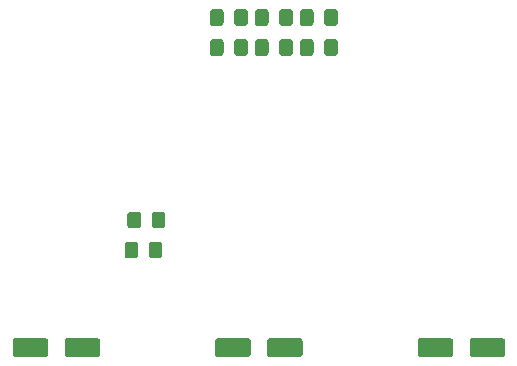
<source format=gbr>
G04 #@! TF.GenerationSoftware,KiCad,Pcbnew,(5.1.5-0)*
G04 #@! TF.CreationDate,2022-07-17T15:28:17+01:00*
G04 #@! TF.ProjectId,Esp32_Cnc_Shield_30Pin_SMD,45737033-325f-4436-9e63-5f536869656c,rev?*
G04 #@! TF.SameCoordinates,Original*
G04 #@! TF.FileFunction,Paste,Top*
G04 #@! TF.FilePolarity,Positive*
%FSLAX46Y46*%
G04 Gerber Fmt 4.6, Leading zero omitted, Abs format (unit mm)*
G04 Created by KiCad (PCBNEW (5.1.5-0)) date 2022-07-17 15:28:17*
%MOMM*%
%LPD*%
G04 APERTURE LIST*
%ADD10C,0.050000*%
G04 APERTURE END LIST*
D10*
G36*
X93054504Y-139536204D02*
G01*
X93078773Y-139539804D01*
X93102571Y-139545765D01*
X93125671Y-139554030D01*
X93147849Y-139564520D01*
X93168893Y-139577133D01*
X93188598Y-139591747D01*
X93206777Y-139608223D01*
X93223253Y-139626402D01*
X93237867Y-139646107D01*
X93250480Y-139667151D01*
X93260970Y-139689329D01*
X93269235Y-139712429D01*
X93275196Y-139736227D01*
X93278796Y-139760496D01*
X93280000Y-139785000D01*
X93280000Y-140885000D01*
X93278796Y-140909504D01*
X93275196Y-140933773D01*
X93269235Y-140957571D01*
X93260970Y-140980671D01*
X93250480Y-141002849D01*
X93237867Y-141023893D01*
X93223253Y-141043598D01*
X93206777Y-141061777D01*
X93188598Y-141078253D01*
X93168893Y-141092867D01*
X93147849Y-141105480D01*
X93125671Y-141115970D01*
X93102571Y-141124235D01*
X93078773Y-141130196D01*
X93054504Y-141133796D01*
X93030000Y-141135000D01*
X90530000Y-141135000D01*
X90505496Y-141133796D01*
X90481227Y-141130196D01*
X90457429Y-141124235D01*
X90434329Y-141115970D01*
X90412151Y-141105480D01*
X90391107Y-141092867D01*
X90371402Y-141078253D01*
X90353223Y-141061777D01*
X90336747Y-141043598D01*
X90322133Y-141023893D01*
X90309520Y-141002849D01*
X90299030Y-140980671D01*
X90290765Y-140957571D01*
X90284804Y-140933773D01*
X90281204Y-140909504D01*
X90280000Y-140885000D01*
X90280000Y-139785000D01*
X90281204Y-139760496D01*
X90284804Y-139736227D01*
X90290765Y-139712429D01*
X90299030Y-139689329D01*
X90309520Y-139667151D01*
X90322133Y-139646107D01*
X90336747Y-139626402D01*
X90353223Y-139608223D01*
X90371402Y-139591747D01*
X90391107Y-139577133D01*
X90412151Y-139564520D01*
X90434329Y-139554030D01*
X90457429Y-139545765D01*
X90481227Y-139539804D01*
X90505496Y-139536204D01*
X90530000Y-139535000D01*
X93030000Y-139535000D01*
X93054504Y-139536204D01*
G37*
G36*
X97454504Y-139536204D02*
G01*
X97478773Y-139539804D01*
X97502571Y-139545765D01*
X97525671Y-139554030D01*
X97547849Y-139564520D01*
X97568893Y-139577133D01*
X97588598Y-139591747D01*
X97606777Y-139608223D01*
X97623253Y-139626402D01*
X97637867Y-139646107D01*
X97650480Y-139667151D01*
X97660970Y-139689329D01*
X97669235Y-139712429D01*
X97675196Y-139736227D01*
X97678796Y-139760496D01*
X97680000Y-139785000D01*
X97680000Y-140885000D01*
X97678796Y-140909504D01*
X97675196Y-140933773D01*
X97669235Y-140957571D01*
X97660970Y-140980671D01*
X97650480Y-141002849D01*
X97637867Y-141023893D01*
X97623253Y-141043598D01*
X97606777Y-141061777D01*
X97588598Y-141078253D01*
X97568893Y-141092867D01*
X97547849Y-141105480D01*
X97525671Y-141115970D01*
X97502571Y-141124235D01*
X97478773Y-141130196D01*
X97454504Y-141133796D01*
X97430000Y-141135000D01*
X94930000Y-141135000D01*
X94905496Y-141133796D01*
X94881227Y-141130196D01*
X94857429Y-141124235D01*
X94834329Y-141115970D01*
X94812151Y-141105480D01*
X94791107Y-141092867D01*
X94771402Y-141078253D01*
X94753223Y-141061777D01*
X94736747Y-141043598D01*
X94722133Y-141023893D01*
X94709520Y-141002849D01*
X94699030Y-140980671D01*
X94690765Y-140957571D01*
X94684804Y-140933773D01*
X94681204Y-140909504D01*
X94680000Y-140885000D01*
X94680000Y-139785000D01*
X94681204Y-139760496D01*
X94684804Y-139736227D01*
X94690765Y-139712429D01*
X94699030Y-139689329D01*
X94709520Y-139667151D01*
X94722133Y-139646107D01*
X94736747Y-139626402D01*
X94753223Y-139608223D01*
X94771402Y-139591747D01*
X94791107Y-139577133D01*
X94812151Y-139564520D01*
X94834329Y-139554030D01*
X94857429Y-139545765D01*
X94881227Y-139539804D01*
X94905496Y-139536204D01*
X94930000Y-139535000D01*
X97430000Y-139535000D01*
X97454504Y-139536204D01*
G37*
G36*
X75909504Y-139536204D02*
G01*
X75933773Y-139539804D01*
X75957571Y-139545765D01*
X75980671Y-139554030D01*
X76002849Y-139564520D01*
X76023893Y-139577133D01*
X76043598Y-139591747D01*
X76061777Y-139608223D01*
X76078253Y-139626402D01*
X76092867Y-139646107D01*
X76105480Y-139667151D01*
X76115970Y-139689329D01*
X76124235Y-139712429D01*
X76130196Y-139736227D01*
X76133796Y-139760496D01*
X76135000Y-139785000D01*
X76135000Y-140885000D01*
X76133796Y-140909504D01*
X76130196Y-140933773D01*
X76124235Y-140957571D01*
X76115970Y-140980671D01*
X76105480Y-141002849D01*
X76092867Y-141023893D01*
X76078253Y-141043598D01*
X76061777Y-141061777D01*
X76043598Y-141078253D01*
X76023893Y-141092867D01*
X76002849Y-141105480D01*
X75980671Y-141115970D01*
X75957571Y-141124235D01*
X75933773Y-141130196D01*
X75909504Y-141133796D01*
X75885000Y-141135000D01*
X73385000Y-141135000D01*
X73360496Y-141133796D01*
X73336227Y-141130196D01*
X73312429Y-141124235D01*
X73289329Y-141115970D01*
X73267151Y-141105480D01*
X73246107Y-141092867D01*
X73226402Y-141078253D01*
X73208223Y-141061777D01*
X73191747Y-141043598D01*
X73177133Y-141023893D01*
X73164520Y-141002849D01*
X73154030Y-140980671D01*
X73145765Y-140957571D01*
X73139804Y-140933773D01*
X73136204Y-140909504D01*
X73135000Y-140885000D01*
X73135000Y-139785000D01*
X73136204Y-139760496D01*
X73139804Y-139736227D01*
X73145765Y-139712429D01*
X73154030Y-139689329D01*
X73164520Y-139667151D01*
X73177133Y-139646107D01*
X73191747Y-139626402D01*
X73208223Y-139608223D01*
X73226402Y-139591747D01*
X73246107Y-139577133D01*
X73267151Y-139564520D01*
X73289329Y-139554030D01*
X73312429Y-139545765D01*
X73336227Y-139539804D01*
X73360496Y-139536204D01*
X73385000Y-139535000D01*
X75885000Y-139535000D01*
X75909504Y-139536204D01*
G37*
G36*
X80309504Y-139536204D02*
G01*
X80333773Y-139539804D01*
X80357571Y-139545765D01*
X80380671Y-139554030D01*
X80402849Y-139564520D01*
X80423893Y-139577133D01*
X80443598Y-139591747D01*
X80461777Y-139608223D01*
X80478253Y-139626402D01*
X80492867Y-139646107D01*
X80505480Y-139667151D01*
X80515970Y-139689329D01*
X80524235Y-139712429D01*
X80530196Y-139736227D01*
X80533796Y-139760496D01*
X80535000Y-139785000D01*
X80535000Y-140885000D01*
X80533796Y-140909504D01*
X80530196Y-140933773D01*
X80524235Y-140957571D01*
X80515970Y-140980671D01*
X80505480Y-141002849D01*
X80492867Y-141023893D01*
X80478253Y-141043598D01*
X80461777Y-141061777D01*
X80443598Y-141078253D01*
X80423893Y-141092867D01*
X80402849Y-141105480D01*
X80380671Y-141115970D01*
X80357571Y-141124235D01*
X80333773Y-141130196D01*
X80309504Y-141133796D01*
X80285000Y-141135000D01*
X77785000Y-141135000D01*
X77760496Y-141133796D01*
X77736227Y-141130196D01*
X77712429Y-141124235D01*
X77689329Y-141115970D01*
X77667151Y-141105480D01*
X77646107Y-141092867D01*
X77626402Y-141078253D01*
X77608223Y-141061777D01*
X77591747Y-141043598D01*
X77577133Y-141023893D01*
X77564520Y-141002849D01*
X77554030Y-140980671D01*
X77545765Y-140957571D01*
X77539804Y-140933773D01*
X77536204Y-140909504D01*
X77535000Y-140885000D01*
X77535000Y-139785000D01*
X77536204Y-139760496D01*
X77539804Y-139736227D01*
X77545765Y-139712429D01*
X77554030Y-139689329D01*
X77564520Y-139667151D01*
X77577133Y-139646107D01*
X77591747Y-139626402D01*
X77608223Y-139608223D01*
X77626402Y-139591747D01*
X77646107Y-139577133D01*
X77667151Y-139564520D01*
X77689329Y-139554030D01*
X77712429Y-139545765D01*
X77736227Y-139539804D01*
X77760496Y-139536204D01*
X77785000Y-139535000D01*
X80285000Y-139535000D01*
X80309504Y-139536204D01*
G37*
G36*
X58764504Y-139536204D02*
G01*
X58788773Y-139539804D01*
X58812571Y-139545765D01*
X58835671Y-139554030D01*
X58857849Y-139564520D01*
X58878893Y-139577133D01*
X58898598Y-139591747D01*
X58916777Y-139608223D01*
X58933253Y-139626402D01*
X58947867Y-139646107D01*
X58960480Y-139667151D01*
X58970970Y-139689329D01*
X58979235Y-139712429D01*
X58985196Y-139736227D01*
X58988796Y-139760496D01*
X58990000Y-139785000D01*
X58990000Y-140885000D01*
X58988796Y-140909504D01*
X58985196Y-140933773D01*
X58979235Y-140957571D01*
X58970970Y-140980671D01*
X58960480Y-141002849D01*
X58947867Y-141023893D01*
X58933253Y-141043598D01*
X58916777Y-141061777D01*
X58898598Y-141078253D01*
X58878893Y-141092867D01*
X58857849Y-141105480D01*
X58835671Y-141115970D01*
X58812571Y-141124235D01*
X58788773Y-141130196D01*
X58764504Y-141133796D01*
X58740000Y-141135000D01*
X56240000Y-141135000D01*
X56215496Y-141133796D01*
X56191227Y-141130196D01*
X56167429Y-141124235D01*
X56144329Y-141115970D01*
X56122151Y-141105480D01*
X56101107Y-141092867D01*
X56081402Y-141078253D01*
X56063223Y-141061777D01*
X56046747Y-141043598D01*
X56032133Y-141023893D01*
X56019520Y-141002849D01*
X56009030Y-140980671D01*
X56000765Y-140957571D01*
X55994804Y-140933773D01*
X55991204Y-140909504D01*
X55990000Y-140885000D01*
X55990000Y-139785000D01*
X55991204Y-139760496D01*
X55994804Y-139736227D01*
X56000765Y-139712429D01*
X56009030Y-139689329D01*
X56019520Y-139667151D01*
X56032133Y-139646107D01*
X56046747Y-139626402D01*
X56063223Y-139608223D01*
X56081402Y-139591747D01*
X56101107Y-139577133D01*
X56122151Y-139564520D01*
X56144329Y-139554030D01*
X56167429Y-139545765D01*
X56191227Y-139539804D01*
X56215496Y-139536204D01*
X56240000Y-139535000D01*
X58740000Y-139535000D01*
X58764504Y-139536204D01*
G37*
G36*
X63164504Y-139536204D02*
G01*
X63188773Y-139539804D01*
X63212571Y-139545765D01*
X63235671Y-139554030D01*
X63257849Y-139564520D01*
X63278893Y-139577133D01*
X63298598Y-139591747D01*
X63316777Y-139608223D01*
X63333253Y-139626402D01*
X63347867Y-139646107D01*
X63360480Y-139667151D01*
X63370970Y-139689329D01*
X63379235Y-139712429D01*
X63385196Y-139736227D01*
X63388796Y-139760496D01*
X63390000Y-139785000D01*
X63390000Y-140885000D01*
X63388796Y-140909504D01*
X63385196Y-140933773D01*
X63379235Y-140957571D01*
X63370970Y-140980671D01*
X63360480Y-141002849D01*
X63347867Y-141023893D01*
X63333253Y-141043598D01*
X63316777Y-141061777D01*
X63298598Y-141078253D01*
X63278893Y-141092867D01*
X63257849Y-141105480D01*
X63235671Y-141115970D01*
X63212571Y-141124235D01*
X63188773Y-141130196D01*
X63164504Y-141133796D01*
X63140000Y-141135000D01*
X60640000Y-141135000D01*
X60615496Y-141133796D01*
X60591227Y-141130196D01*
X60567429Y-141124235D01*
X60544329Y-141115970D01*
X60522151Y-141105480D01*
X60501107Y-141092867D01*
X60481402Y-141078253D01*
X60463223Y-141061777D01*
X60446747Y-141043598D01*
X60432133Y-141023893D01*
X60419520Y-141002849D01*
X60409030Y-140980671D01*
X60400765Y-140957571D01*
X60394804Y-140933773D01*
X60391204Y-140909504D01*
X60390000Y-140885000D01*
X60390000Y-139785000D01*
X60391204Y-139760496D01*
X60394804Y-139736227D01*
X60400765Y-139712429D01*
X60409030Y-139689329D01*
X60419520Y-139667151D01*
X60432133Y-139646107D01*
X60446747Y-139626402D01*
X60463223Y-139608223D01*
X60481402Y-139591747D01*
X60501107Y-139577133D01*
X60522151Y-139564520D01*
X60544329Y-139554030D01*
X60567429Y-139545765D01*
X60591227Y-139539804D01*
X60615496Y-139536204D01*
X60640000Y-139535000D01*
X63140000Y-139535000D01*
X63164504Y-139536204D01*
G37*
G36*
X75669505Y-111696204D02*
G01*
X75693773Y-111699804D01*
X75717572Y-111705765D01*
X75740671Y-111714030D01*
X75762850Y-111724520D01*
X75783893Y-111737132D01*
X75803599Y-111751747D01*
X75821777Y-111768223D01*
X75838253Y-111786401D01*
X75852868Y-111806107D01*
X75865480Y-111827150D01*
X75875970Y-111849329D01*
X75884235Y-111872428D01*
X75890196Y-111896227D01*
X75893796Y-111920495D01*
X75895000Y-111944999D01*
X75895000Y-112845001D01*
X75893796Y-112869505D01*
X75890196Y-112893773D01*
X75884235Y-112917572D01*
X75875970Y-112940671D01*
X75865480Y-112962850D01*
X75852868Y-112983893D01*
X75838253Y-113003599D01*
X75821777Y-113021777D01*
X75803599Y-113038253D01*
X75783893Y-113052868D01*
X75762850Y-113065480D01*
X75740671Y-113075970D01*
X75717572Y-113084235D01*
X75693773Y-113090196D01*
X75669505Y-113093796D01*
X75645001Y-113095000D01*
X74994999Y-113095000D01*
X74970495Y-113093796D01*
X74946227Y-113090196D01*
X74922428Y-113084235D01*
X74899329Y-113075970D01*
X74877150Y-113065480D01*
X74856107Y-113052868D01*
X74836401Y-113038253D01*
X74818223Y-113021777D01*
X74801747Y-113003599D01*
X74787132Y-112983893D01*
X74774520Y-112962850D01*
X74764030Y-112940671D01*
X74755765Y-112917572D01*
X74749804Y-112893773D01*
X74746204Y-112869505D01*
X74745000Y-112845001D01*
X74745000Y-111944999D01*
X74746204Y-111920495D01*
X74749804Y-111896227D01*
X74755765Y-111872428D01*
X74764030Y-111849329D01*
X74774520Y-111827150D01*
X74787132Y-111806107D01*
X74801747Y-111786401D01*
X74818223Y-111768223D01*
X74836401Y-111751747D01*
X74856107Y-111737132D01*
X74877150Y-111724520D01*
X74899329Y-111714030D01*
X74922428Y-111705765D01*
X74946227Y-111699804D01*
X74970495Y-111696204D01*
X74994999Y-111695000D01*
X75645001Y-111695000D01*
X75669505Y-111696204D01*
G37*
G36*
X73619505Y-111696204D02*
G01*
X73643773Y-111699804D01*
X73667572Y-111705765D01*
X73690671Y-111714030D01*
X73712850Y-111724520D01*
X73733893Y-111737132D01*
X73753599Y-111751747D01*
X73771777Y-111768223D01*
X73788253Y-111786401D01*
X73802868Y-111806107D01*
X73815480Y-111827150D01*
X73825970Y-111849329D01*
X73834235Y-111872428D01*
X73840196Y-111896227D01*
X73843796Y-111920495D01*
X73845000Y-111944999D01*
X73845000Y-112845001D01*
X73843796Y-112869505D01*
X73840196Y-112893773D01*
X73834235Y-112917572D01*
X73825970Y-112940671D01*
X73815480Y-112962850D01*
X73802868Y-112983893D01*
X73788253Y-113003599D01*
X73771777Y-113021777D01*
X73753599Y-113038253D01*
X73733893Y-113052868D01*
X73712850Y-113065480D01*
X73690671Y-113075970D01*
X73667572Y-113084235D01*
X73643773Y-113090196D01*
X73619505Y-113093796D01*
X73595001Y-113095000D01*
X72944999Y-113095000D01*
X72920495Y-113093796D01*
X72896227Y-113090196D01*
X72872428Y-113084235D01*
X72849329Y-113075970D01*
X72827150Y-113065480D01*
X72806107Y-113052868D01*
X72786401Y-113038253D01*
X72768223Y-113021777D01*
X72751747Y-113003599D01*
X72737132Y-112983893D01*
X72724520Y-112962850D01*
X72714030Y-112940671D01*
X72705765Y-112917572D01*
X72699804Y-112893773D01*
X72696204Y-112869505D01*
X72695000Y-112845001D01*
X72695000Y-111944999D01*
X72696204Y-111920495D01*
X72699804Y-111896227D01*
X72705765Y-111872428D01*
X72714030Y-111849329D01*
X72724520Y-111827150D01*
X72737132Y-111806107D01*
X72751747Y-111786401D01*
X72768223Y-111768223D01*
X72786401Y-111751747D01*
X72806107Y-111737132D01*
X72827150Y-111724520D01*
X72849329Y-111714030D01*
X72872428Y-111705765D01*
X72896227Y-111699804D01*
X72920495Y-111696204D01*
X72944999Y-111695000D01*
X73595001Y-111695000D01*
X73619505Y-111696204D01*
G37*
G36*
X83289505Y-111696204D02*
G01*
X83313773Y-111699804D01*
X83337572Y-111705765D01*
X83360671Y-111714030D01*
X83382850Y-111724520D01*
X83403893Y-111737132D01*
X83423599Y-111751747D01*
X83441777Y-111768223D01*
X83458253Y-111786401D01*
X83472868Y-111806107D01*
X83485480Y-111827150D01*
X83495970Y-111849329D01*
X83504235Y-111872428D01*
X83510196Y-111896227D01*
X83513796Y-111920495D01*
X83515000Y-111944999D01*
X83515000Y-112845001D01*
X83513796Y-112869505D01*
X83510196Y-112893773D01*
X83504235Y-112917572D01*
X83495970Y-112940671D01*
X83485480Y-112962850D01*
X83472868Y-112983893D01*
X83458253Y-113003599D01*
X83441777Y-113021777D01*
X83423599Y-113038253D01*
X83403893Y-113052868D01*
X83382850Y-113065480D01*
X83360671Y-113075970D01*
X83337572Y-113084235D01*
X83313773Y-113090196D01*
X83289505Y-113093796D01*
X83265001Y-113095000D01*
X82614999Y-113095000D01*
X82590495Y-113093796D01*
X82566227Y-113090196D01*
X82542428Y-113084235D01*
X82519329Y-113075970D01*
X82497150Y-113065480D01*
X82476107Y-113052868D01*
X82456401Y-113038253D01*
X82438223Y-113021777D01*
X82421747Y-113003599D01*
X82407132Y-112983893D01*
X82394520Y-112962850D01*
X82384030Y-112940671D01*
X82375765Y-112917572D01*
X82369804Y-112893773D01*
X82366204Y-112869505D01*
X82365000Y-112845001D01*
X82365000Y-111944999D01*
X82366204Y-111920495D01*
X82369804Y-111896227D01*
X82375765Y-111872428D01*
X82384030Y-111849329D01*
X82394520Y-111827150D01*
X82407132Y-111806107D01*
X82421747Y-111786401D01*
X82438223Y-111768223D01*
X82456401Y-111751747D01*
X82476107Y-111737132D01*
X82497150Y-111724520D01*
X82519329Y-111714030D01*
X82542428Y-111705765D01*
X82566227Y-111699804D01*
X82590495Y-111696204D01*
X82614999Y-111695000D01*
X83265001Y-111695000D01*
X83289505Y-111696204D01*
G37*
G36*
X81239505Y-111696204D02*
G01*
X81263773Y-111699804D01*
X81287572Y-111705765D01*
X81310671Y-111714030D01*
X81332850Y-111724520D01*
X81353893Y-111737132D01*
X81373599Y-111751747D01*
X81391777Y-111768223D01*
X81408253Y-111786401D01*
X81422868Y-111806107D01*
X81435480Y-111827150D01*
X81445970Y-111849329D01*
X81454235Y-111872428D01*
X81460196Y-111896227D01*
X81463796Y-111920495D01*
X81465000Y-111944999D01*
X81465000Y-112845001D01*
X81463796Y-112869505D01*
X81460196Y-112893773D01*
X81454235Y-112917572D01*
X81445970Y-112940671D01*
X81435480Y-112962850D01*
X81422868Y-112983893D01*
X81408253Y-113003599D01*
X81391777Y-113021777D01*
X81373599Y-113038253D01*
X81353893Y-113052868D01*
X81332850Y-113065480D01*
X81310671Y-113075970D01*
X81287572Y-113084235D01*
X81263773Y-113090196D01*
X81239505Y-113093796D01*
X81215001Y-113095000D01*
X80564999Y-113095000D01*
X80540495Y-113093796D01*
X80516227Y-113090196D01*
X80492428Y-113084235D01*
X80469329Y-113075970D01*
X80447150Y-113065480D01*
X80426107Y-113052868D01*
X80406401Y-113038253D01*
X80388223Y-113021777D01*
X80371747Y-113003599D01*
X80357132Y-112983893D01*
X80344520Y-112962850D01*
X80334030Y-112940671D01*
X80325765Y-112917572D01*
X80319804Y-112893773D01*
X80316204Y-112869505D01*
X80315000Y-112845001D01*
X80315000Y-111944999D01*
X80316204Y-111920495D01*
X80319804Y-111896227D01*
X80325765Y-111872428D01*
X80334030Y-111849329D01*
X80344520Y-111827150D01*
X80357132Y-111806107D01*
X80371747Y-111786401D01*
X80388223Y-111768223D01*
X80406401Y-111751747D01*
X80426107Y-111737132D01*
X80447150Y-111724520D01*
X80469329Y-111714030D01*
X80492428Y-111705765D01*
X80516227Y-111699804D01*
X80540495Y-111696204D01*
X80564999Y-111695000D01*
X81215001Y-111695000D01*
X81239505Y-111696204D01*
G37*
G36*
X68439505Y-131381204D02*
G01*
X68463773Y-131384804D01*
X68487572Y-131390765D01*
X68510671Y-131399030D01*
X68532850Y-131409520D01*
X68553893Y-131422132D01*
X68573599Y-131436747D01*
X68591777Y-131453223D01*
X68608253Y-131471401D01*
X68622868Y-131491107D01*
X68635480Y-131512150D01*
X68645970Y-131534329D01*
X68654235Y-131557428D01*
X68660196Y-131581227D01*
X68663796Y-131605495D01*
X68665000Y-131629999D01*
X68665000Y-132530001D01*
X68663796Y-132554505D01*
X68660196Y-132578773D01*
X68654235Y-132602572D01*
X68645970Y-132625671D01*
X68635480Y-132647850D01*
X68622868Y-132668893D01*
X68608253Y-132688599D01*
X68591777Y-132706777D01*
X68573599Y-132723253D01*
X68553893Y-132737868D01*
X68532850Y-132750480D01*
X68510671Y-132760970D01*
X68487572Y-132769235D01*
X68463773Y-132775196D01*
X68439505Y-132778796D01*
X68415001Y-132780000D01*
X67764999Y-132780000D01*
X67740495Y-132778796D01*
X67716227Y-132775196D01*
X67692428Y-132769235D01*
X67669329Y-132760970D01*
X67647150Y-132750480D01*
X67626107Y-132737868D01*
X67606401Y-132723253D01*
X67588223Y-132706777D01*
X67571747Y-132688599D01*
X67557132Y-132668893D01*
X67544520Y-132647850D01*
X67534030Y-132625671D01*
X67525765Y-132602572D01*
X67519804Y-132578773D01*
X67516204Y-132554505D01*
X67515000Y-132530001D01*
X67515000Y-131629999D01*
X67516204Y-131605495D01*
X67519804Y-131581227D01*
X67525765Y-131557428D01*
X67534030Y-131534329D01*
X67544520Y-131512150D01*
X67557132Y-131491107D01*
X67571747Y-131471401D01*
X67588223Y-131453223D01*
X67606401Y-131436747D01*
X67626107Y-131422132D01*
X67647150Y-131409520D01*
X67669329Y-131399030D01*
X67692428Y-131390765D01*
X67716227Y-131384804D01*
X67740495Y-131381204D01*
X67764999Y-131380000D01*
X68415001Y-131380000D01*
X68439505Y-131381204D01*
G37*
G36*
X66389505Y-131381204D02*
G01*
X66413773Y-131384804D01*
X66437572Y-131390765D01*
X66460671Y-131399030D01*
X66482850Y-131409520D01*
X66503893Y-131422132D01*
X66523599Y-131436747D01*
X66541777Y-131453223D01*
X66558253Y-131471401D01*
X66572868Y-131491107D01*
X66585480Y-131512150D01*
X66595970Y-131534329D01*
X66604235Y-131557428D01*
X66610196Y-131581227D01*
X66613796Y-131605495D01*
X66615000Y-131629999D01*
X66615000Y-132530001D01*
X66613796Y-132554505D01*
X66610196Y-132578773D01*
X66604235Y-132602572D01*
X66595970Y-132625671D01*
X66585480Y-132647850D01*
X66572868Y-132668893D01*
X66558253Y-132688599D01*
X66541777Y-132706777D01*
X66523599Y-132723253D01*
X66503893Y-132737868D01*
X66482850Y-132750480D01*
X66460671Y-132760970D01*
X66437572Y-132769235D01*
X66413773Y-132775196D01*
X66389505Y-132778796D01*
X66365001Y-132780000D01*
X65714999Y-132780000D01*
X65690495Y-132778796D01*
X65666227Y-132775196D01*
X65642428Y-132769235D01*
X65619329Y-132760970D01*
X65597150Y-132750480D01*
X65576107Y-132737868D01*
X65556401Y-132723253D01*
X65538223Y-132706777D01*
X65521747Y-132688599D01*
X65507132Y-132668893D01*
X65494520Y-132647850D01*
X65484030Y-132625671D01*
X65475765Y-132602572D01*
X65469804Y-132578773D01*
X65466204Y-132554505D01*
X65465000Y-132530001D01*
X65465000Y-131629999D01*
X65466204Y-131605495D01*
X65469804Y-131581227D01*
X65475765Y-131557428D01*
X65484030Y-131534329D01*
X65494520Y-131512150D01*
X65507132Y-131491107D01*
X65521747Y-131471401D01*
X65538223Y-131453223D01*
X65556401Y-131436747D01*
X65576107Y-131422132D01*
X65597150Y-131409520D01*
X65619329Y-131399030D01*
X65642428Y-131390765D01*
X65666227Y-131384804D01*
X65690495Y-131381204D01*
X65714999Y-131380000D01*
X66365001Y-131380000D01*
X66389505Y-131381204D01*
G37*
G36*
X79479505Y-111696204D02*
G01*
X79503773Y-111699804D01*
X79527572Y-111705765D01*
X79550671Y-111714030D01*
X79572850Y-111724520D01*
X79593893Y-111737132D01*
X79613599Y-111751747D01*
X79631777Y-111768223D01*
X79648253Y-111786401D01*
X79662868Y-111806107D01*
X79675480Y-111827150D01*
X79685970Y-111849329D01*
X79694235Y-111872428D01*
X79700196Y-111896227D01*
X79703796Y-111920495D01*
X79705000Y-111944999D01*
X79705000Y-112845001D01*
X79703796Y-112869505D01*
X79700196Y-112893773D01*
X79694235Y-112917572D01*
X79685970Y-112940671D01*
X79675480Y-112962850D01*
X79662868Y-112983893D01*
X79648253Y-113003599D01*
X79631777Y-113021777D01*
X79613599Y-113038253D01*
X79593893Y-113052868D01*
X79572850Y-113065480D01*
X79550671Y-113075970D01*
X79527572Y-113084235D01*
X79503773Y-113090196D01*
X79479505Y-113093796D01*
X79455001Y-113095000D01*
X78804999Y-113095000D01*
X78780495Y-113093796D01*
X78756227Y-113090196D01*
X78732428Y-113084235D01*
X78709329Y-113075970D01*
X78687150Y-113065480D01*
X78666107Y-113052868D01*
X78646401Y-113038253D01*
X78628223Y-113021777D01*
X78611747Y-113003599D01*
X78597132Y-112983893D01*
X78584520Y-112962850D01*
X78574030Y-112940671D01*
X78565765Y-112917572D01*
X78559804Y-112893773D01*
X78556204Y-112869505D01*
X78555000Y-112845001D01*
X78555000Y-111944999D01*
X78556204Y-111920495D01*
X78559804Y-111896227D01*
X78565765Y-111872428D01*
X78574030Y-111849329D01*
X78584520Y-111827150D01*
X78597132Y-111806107D01*
X78611747Y-111786401D01*
X78628223Y-111768223D01*
X78646401Y-111751747D01*
X78666107Y-111737132D01*
X78687150Y-111724520D01*
X78709329Y-111714030D01*
X78732428Y-111705765D01*
X78756227Y-111699804D01*
X78780495Y-111696204D01*
X78804999Y-111695000D01*
X79455001Y-111695000D01*
X79479505Y-111696204D01*
G37*
G36*
X77429505Y-111696204D02*
G01*
X77453773Y-111699804D01*
X77477572Y-111705765D01*
X77500671Y-111714030D01*
X77522850Y-111724520D01*
X77543893Y-111737132D01*
X77563599Y-111751747D01*
X77581777Y-111768223D01*
X77598253Y-111786401D01*
X77612868Y-111806107D01*
X77625480Y-111827150D01*
X77635970Y-111849329D01*
X77644235Y-111872428D01*
X77650196Y-111896227D01*
X77653796Y-111920495D01*
X77655000Y-111944999D01*
X77655000Y-112845001D01*
X77653796Y-112869505D01*
X77650196Y-112893773D01*
X77644235Y-112917572D01*
X77635970Y-112940671D01*
X77625480Y-112962850D01*
X77612868Y-112983893D01*
X77598253Y-113003599D01*
X77581777Y-113021777D01*
X77563599Y-113038253D01*
X77543893Y-113052868D01*
X77522850Y-113065480D01*
X77500671Y-113075970D01*
X77477572Y-113084235D01*
X77453773Y-113090196D01*
X77429505Y-113093796D01*
X77405001Y-113095000D01*
X76754999Y-113095000D01*
X76730495Y-113093796D01*
X76706227Y-113090196D01*
X76682428Y-113084235D01*
X76659329Y-113075970D01*
X76637150Y-113065480D01*
X76616107Y-113052868D01*
X76596401Y-113038253D01*
X76578223Y-113021777D01*
X76561747Y-113003599D01*
X76547132Y-112983893D01*
X76534520Y-112962850D01*
X76524030Y-112940671D01*
X76515765Y-112917572D01*
X76509804Y-112893773D01*
X76506204Y-112869505D01*
X76505000Y-112845001D01*
X76505000Y-111944999D01*
X76506204Y-111920495D01*
X76509804Y-111896227D01*
X76515765Y-111872428D01*
X76524030Y-111849329D01*
X76534520Y-111827150D01*
X76547132Y-111806107D01*
X76561747Y-111786401D01*
X76578223Y-111768223D01*
X76596401Y-111751747D01*
X76616107Y-111737132D01*
X76637150Y-111724520D01*
X76659329Y-111714030D01*
X76682428Y-111705765D01*
X76706227Y-111699804D01*
X76730495Y-111696204D01*
X76754999Y-111695000D01*
X77405001Y-111695000D01*
X77429505Y-111696204D01*
G37*
G36*
X75669505Y-114236204D02*
G01*
X75693773Y-114239804D01*
X75717572Y-114245765D01*
X75740671Y-114254030D01*
X75762850Y-114264520D01*
X75783893Y-114277132D01*
X75803599Y-114291747D01*
X75821777Y-114308223D01*
X75838253Y-114326401D01*
X75852868Y-114346107D01*
X75865480Y-114367150D01*
X75875970Y-114389329D01*
X75884235Y-114412428D01*
X75890196Y-114436227D01*
X75893796Y-114460495D01*
X75895000Y-114484999D01*
X75895000Y-115385001D01*
X75893796Y-115409505D01*
X75890196Y-115433773D01*
X75884235Y-115457572D01*
X75875970Y-115480671D01*
X75865480Y-115502850D01*
X75852868Y-115523893D01*
X75838253Y-115543599D01*
X75821777Y-115561777D01*
X75803599Y-115578253D01*
X75783893Y-115592868D01*
X75762850Y-115605480D01*
X75740671Y-115615970D01*
X75717572Y-115624235D01*
X75693773Y-115630196D01*
X75669505Y-115633796D01*
X75645001Y-115635000D01*
X74994999Y-115635000D01*
X74970495Y-115633796D01*
X74946227Y-115630196D01*
X74922428Y-115624235D01*
X74899329Y-115615970D01*
X74877150Y-115605480D01*
X74856107Y-115592868D01*
X74836401Y-115578253D01*
X74818223Y-115561777D01*
X74801747Y-115543599D01*
X74787132Y-115523893D01*
X74774520Y-115502850D01*
X74764030Y-115480671D01*
X74755765Y-115457572D01*
X74749804Y-115433773D01*
X74746204Y-115409505D01*
X74745000Y-115385001D01*
X74745000Y-114484999D01*
X74746204Y-114460495D01*
X74749804Y-114436227D01*
X74755765Y-114412428D01*
X74764030Y-114389329D01*
X74774520Y-114367150D01*
X74787132Y-114346107D01*
X74801747Y-114326401D01*
X74818223Y-114308223D01*
X74836401Y-114291747D01*
X74856107Y-114277132D01*
X74877150Y-114264520D01*
X74899329Y-114254030D01*
X74922428Y-114245765D01*
X74946227Y-114239804D01*
X74970495Y-114236204D01*
X74994999Y-114235000D01*
X75645001Y-114235000D01*
X75669505Y-114236204D01*
G37*
G36*
X73619505Y-114236204D02*
G01*
X73643773Y-114239804D01*
X73667572Y-114245765D01*
X73690671Y-114254030D01*
X73712850Y-114264520D01*
X73733893Y-114277132D01*
X73753599Y-114291747D01*
X73771777Y-114308223D01*
X73788253Y-114326401D01*
X73802868Y-114346107D01*
X73815480Y-114367150D01*
X73825970Y-114389329D01*
X73834235Y-114412428D01*
X73840196Y-114436227D01*
X73843796Y-114460495D01*
X73845000Y-114484999D01*
X73845000Y-115385001D01*
X73843796Y-115409505D01*
X73840196Y-115433773D01*
X73834235Y-115457572D01*
X73825970Y-115480671D01*
X73815480Y-115502850D01*
X73802868Y-115523893D01*
X73788253Y-115543599D01*
X73771777Y-115561777D01*
X73753599Y-115578253D01*
X73733893Y-115592868D01*
X73712850Y-115605480D01*
X73690671Y-115615970D01*
X73667572Y-115624235D01*
X73643773Y-115630196D01*
X73619505Y-115633796D01*
X73595001Y-115635000D01*
X72944999Y-115635000D01*
X72920495Y-115633796D01*
X72896227Y-115630196D01*
X72872428Y-115624235D01*
X72849329Y-115615970D01*
X72827150Y-115605480D01*
X72806107Y-115592868D01*
X72786401Y-115578253D01*
X72768223Y-115561777D01*
X72751747Y-115543599D01*
X72737132Y-115523893D01*
X72724520Y-115502850D01*
X72714030Y-115480671D01*
X72705765Y-115457572D01*
X72699804Y-115433773D01*
X72696204Y-115409505D01*
X72695000Y-115385001D01*
X72695000Y-114484999D01*
X72696204Y-114460495D01*
X72699804Y-114436227D01*
X72705765Y-114412428D01*
X72714030Y-114389329D01*
X72724520Y-114367150D01*
X72737132Y-114346107D01*
X72751747Y-114326401D01*
X72768223Y-114308223D01*
X72786401Y-114291747D01*
X72806107Y-114277132D01*
X72827150Y-114264520D01*
X72849329Y-114254030D01*
X72872428Y-114245765D01*
X72896227Y-114239804D01*
X72920495Y-114236204D01*
X72944999Y-114235000D01*
X73595001Y-114235000D01*
X73619505Y-114236204D01*
G37*
G36*
X83289505Y-114236204D02*
G01*
X83313773Y-114239804D01*
X83337572Y-114245765D01*
X83360671Y-114254030D01*
X83382850Y-114264520D01*
X83403893Y-114277132D01*
X83423599Y-114291747D01*
X83441777Y-114308223D01*
X83458253Y-114326401D01*
X83472868Y-114346107D01*
X83485480Y-114367150D01*
X83495970Y-114389329D01*
X83504235Y-114412428D01*
X83510196Y-114436227D01*
X83513796Y-114460495D01*
X83515000Y-114484999D01*
X83515000Y-115385001D01*
X83513796Y-115409505D01*
X83510196Y-115433773D01*
X83504235Y-115457572D01*
X83495970Y-115480671D01*
X83485480Y-115502850D01*
X83472868Y-115523893D01*
X83458253Y-115543599D01*
X83441777Y-115561777D01*
X83423599Y-115578253D01*
X83403893Y-115592868D01*
X83382850Y-115605480D01*
X83360671Y-115615970D01*
X83337572Y-115624235D01*
X83313773Y-115630196D01*
X83289505Y-115633796D01*
X83265001Y-115635000D01*
X82614999Y-115635000D01*
X82590495Y-115633796D01*
X82566227Y-115630196D01*
X82542428Y-115624235D01*
X82519329Y-115615970D01*
X82497150Y-115605480D01*
X82476107Y-115592868D01*
X82456401Y-115578253D01*
X82438223Y-115561777D01*
X82421747Y-115543599D01*
X82407132Y-115523893D01*
X82394520Y-115502850D01*
X82384030Y-115480671D01*
X82375765Y-115457572D01*
X82369804Y-115433773D01*
X82366204Y-115409505D01*
X82365000Y-115385001D01*
X82365000Y-114484999D01*
X82366204Y-114460495D01*
X82369804Y-114436227D01*
X82375765Y-114412428D01*
X82384030Y-114389329D01*
X82394520Y-114367150D01*
X82407132Y-114346107D01*
X82421747Y-114326401D01*
X82438223Y-114308223D01*
X82456401Y-114291747D01*
X82476107Y-114277132D01*
X82497150Y-114264520D01*
X82519329Y-114254030D01*
X82542428Y-114245765D01*
X82566227Y-114239804D01*
X82590495Y-114236204D01*
X82614999Y-114235000D01*
X83265001Y-114235000D01*
X83289505Y-114236204D01*
G37*
G36*
X81239505Y-114236204D02*
G01*
X81263773Y-114239804D01*
X81287572Y-114245765D01*
X81310671Y-114254030D01*
X81332850Y-114264520D01*
X81353893Y-114277132D01*
X81373599Y-114291747D01*
X81391777Y-114308223D01*
X81408253Y-114326401D01*
X81422868Y-114346107D01*
X81435480Y-114367150D01*
X81445970Y-114389329D01*
X81454235Y-114412428D01*
X81460196Y-114436227D01*
X81463796Y-114460495D01*
X81465000Y-114484999D01*
X81465000Y-115385001D01*
X81463796Y-115409505D01*
X81460196Y-115433773D01*
X81454235Y-115457572D01*
X81445970Y-115480671D01*
X81435480Y-115502850D01*
X81422868Y-115523893D01*
X81408253Y-115543599D01*
X81391777Y-115561777D01*
X81373599Y-115578253D01*
X81353893Y-115592868D01*
X81332850Y-115605480D01*
X81310671Y-115615970D01*
X81287572Y-115624235D01*
X81263773Y-115630196D01*
X81239505Y-115633796D01*
X81215001Y-115635000D01*
X80564999Y-115635000D01*
X80540495Y-115633796D01*
X80516227Y-115630196D01*
X80492428Y-115624235D01*
X80469329Y-115615970D01*
X80447150Y-115605480D01*
X80426107Y-115592868D01*
X80406401Y-115578253D01*
X80388223Y-115561777D01*
X80371747Y-115543599D01*
X80357132Y-115523893D01*
X80344520Y-115502850D01*
X80334030Y-115480671D01*
X80325765Y-115457572D01*
X80319804Y-115433773D01*
X80316204Y-115409505D01*
X80315000Y-115385001D01*
X80315000Y-114484999D01*
X80316204Y-114460495D01*
X80319804Y-114436227D01*
X80325765Y-114412428D01*
X80334030Y-114389329D01*
X80344520Y-114367150D01*
X80357132Y-114346107D01*
X80371747Y-114326401D01*
X80388223Y-114308223D01*
X80406401Y-114291747D01*
X80426107Y-114277132D01*
X80447150Y-114264520D01*
X80469329Y-114254030D01*
X80492428Y-114245765D01*
X80516227Y-114239804D01*
X80540495Y-114236204D01*
X80564999Y-114235000D01*
X81215001Y-114235000D01*
X81239505Y-114236204D01*
G37*
G36*
X68684505Y-128841204D02*
G01*
X68708773Y-128844804D01*
X68732572Y-128850765D01*
X68755671Y-128859030D01*
X68777850Y-128869520D01*
X68798893Y-128882132D01*
X68818599Y-128896747D01*
X68836777Y-128913223D01*
X68853253Y-128931401D01*
X68867868Y-128951107D01*
X68880480Y-128972150D01*
X68890970Y-128994329D01*
X68899235Y-129017428D01*
X68905196Y-129041227D01*
X68908796Y-129065495D01*
X68910000Y-129089999D01*
X68910000Y-129990001D01*
X68908796Y-130014505D01*
X68905196Y-130038773D01*
X68899235Y-130062572D01*
X68890970Y-130085671D01*
X68880480Y-130107850D01*
X68867868Y-130128893D01*
X68853253Y-130148599D01*
X68836777Y-130166777D01*
X68818599Y-130183253D01*
X68798893Y-130197868D01*
X68777850Y-130210480D01*
X68755671Y-130220970D01*
X68732572Y-130229235D01*
X68708773Y-130235196D01*
X68684505Y-130238796D01*
X68660001Y-130240000D01*
X68009999Y-130240000D01*
X67985495Y-130238796D01*
X67961227Y-130235196D01*
X67937428Y-130229235D01*
X67914329Y-130220970D01*
X67892150Y-130210480D01*
X67871107Y-130197868D01*
X67851401Y-130183253D01*
X67833223Y-130166777D01*
X67816747Y-130148599D01*
X67802132Y-130128893D01*
X67789520Y-130107850D01*
X67779030Y-130085671D01*
X67770765Y-130062572D01*
X67764804Y-130038773D01*
X67761204Y-130014505D01*
X67760000Y-129990001D01*
X67760000Y-129089999D01*
X67761204Y-129065495D01*
X67764804Y-129041227D01*
X67770765Y-129017428D01*
X67779030Y-128994329D01*
X67789520Y-128972150D01*
X67802132Y-128951107D01*
X67816747Y-128931401D01*
X67833223Y-128913223D01*
X67851401Y-128896747D01*
X67871107Y-128882132D01*
X67892150Y-128869520D01*
X67914329Y-128859030D01*
X67937428Y-128850765D01*
X67961227Y-128844804D01*
X67985495Y-128841204D01*
X68009999Y-128840000D01*
X68660001Y-128840000D01*
X68684505Y-128841204D01*
G37*
G36*
X66634505Y-128841204D02*
G01*
X66658773Y-128844804D01*
X66682572Y-128850765D01*
X66705671Y-128859030D01*
X66727850Y-128869520D01*
X66748893Y-128882132D01*
X66768599Y-128896747D01*
X66786777Y-128913223D01*
X66803253Y-128931401D01*
X66817868Y-128951107D01*
X66830480Y-128972150D01*
X66840970Y-128994329D01*
X66849235Y-129017428D01*
X66855196Y-129041227D01*
X66858796Y-129065495D01*
X66860000Y-129089999D01*
X66860000Y-129990001D01*
X66858796Y-130014505D01*
X66855196Y-130038773D01*
X66849235Y-130062572D01*
X66840970Y-130085671D01*
X66830480Y-130107850D01*
X66817868Y-130128893D01*
X66803253Y-130148599D01*
X66786777Y-130166777D01*
X66768599Y-130183253D01*
X66748893Y-130197868D01*
X66727850Y-130210480D01*
X66705671Y-130220970D01*
X66682572Y-130229235D01*
X66658773Y-130235196D01*
X66634505Y-130238796D01*
X66610001Y-130240000D01*
X65959999Y-130240000D01*
X65935495Y-130238796D01*
X65911227Y-130235196D01*
X65887428Y-130229235D01*
X65864329Y-130220970D01*
X65842150Y-130210480D01*
X65821107Y-130197868D01*
X65801401Y-130183253D01*
X65783223Y-130166777D01*
X65766747Y-130148599D01*
X65752132Y-130128893D01*
X65739520Y-130107850D01*
X65729030Y-130085671D01*
X65720765Y-130062572D01*
X65714804Y-130038773D01*
X65711204Y-130014505D01*
X65710000Y-129990001D01*
X65710000Y-129089999D01*
X65711204Y-129065495D01*
X65714804Y-129041227D01*
X65720765Y-129017428D01*
X65729030Y-128994329D01*
X65739520Y-128972150D01*
X65752132Y-128951107D01*
X65766747Y-128931401D01*
X65783223Y-128913223D01*
X65801401Y-128896747D01*
X65821107Y-128882132D01*
X65842150Y-128869520D01*
X65864329Y-128859030D01*
X65887428Y-128850765D01*
X65911227Y-128844804D01*
X65935495Y-128841204D01*
X65959999Y-128840000D01*
X66610001Y-128840000D01*
X66634505Y-128841204D01*
G37*
G36*
X79479505Y-114236204D02*
G01*
X79503773Y-114239804D01*
X79527572Y-114245765D01*
X79550671Y-114254030D01*
X79572850Y-114264520D01*
X79593893Y-114277132D01*
X79613599Y-114291747D01*
X79631777Y-114308223D01*
X79648253Y-114326401D01*
X79662868Y-114346107D01*
X79675480Y-114367150D01*
X79685970Y-114389329D01*
X79694235Y-114412428D01*
X79700196Y-114436227D01*
X79703796Y-114460495D01*
X79705000Y-114484999D01*
X79705000Y-115385001D01*
X79703796Y-115409505D01*
X79700196Y-115433773D01*
X79694235Y-115457572D01*
X79685970Y-115480671D01*
X79675480Y-115502850D01*
X79662868Y-115523893D01*
X79648253Y-115543599D01*
X79631777Y-115561777D01*
X79613599Y-115578253D01*
X79593893Y-115592868D01*
X79572850Y-115605480D01*
X79550671Y-115615970D01*
X79527572Y-115624235D01*
X79503773Y-115630196D01*
X79479505Y-115633796D01*
X79455001Y-115635000D01*
X78804999Y-115635000D01*
X78780495Y-115633796D01*
X78756227Y-115630196D01*
X78732428Y-115624235D01*
X78709329Y-115615970D01*
X78687150Y-115605480D01*
X78666107Y-115592868D01*
X78646401Y-115578253D01*
X78628223Y-115561777D01*
X78611747Y-115543599D01*
X78597132Y-115523893D01*
X78584520Y-115502850D01*
X78574030Y-115480671D01*
X78565765Y-115457572D01*
X78559804Y-115433773D01*
X78556204Y-115409505D01*
X78555000Y-115385001D01*
X78555000Y-114484999D01*
X78556204Y-114460495D01*
X78559804Y-114436227D01*
X78565765Y-114412428D01*
X78574030Y-114389329D01*
X78584520Y-114367150D01*
X78597132Y-114346107D01*
X78611747Y-114326401D01*
X78628223Y-114308223D01*
X78646401Y-114291747D01*
X78666107Y-114277132D01*
X78687150Y-114264520D01*
X78709329Y-114254030D01*
X78732428Y-114245765D01*
X78756227Y-114239804D01*
X78780495Y-114236204D01*
X78804999Y-114235000D01*
X79455001Y-114235000D01*
X79479505Y-114236204D01*
G37*
G36*
X77429505Y-114236204D02*
G01*
X77453773Y-114239804D01*
X77477572Y-114245765D01*
X77500671Y-114254030D01*
X77522850Y-114264520D01*
X77543893Y-114277132D01*
X77563599Y-114291747D01*
X77581777Y-114308223D01*
X77598253Y-114326401D01*
X77612868Y-114346107D01*
X77625480Y-114367150D01*
X77635970Y-114389329D01*
X77644235Y-114412428D01*
X77650196Y-114436227D01*
X77653796Y-114460495D01*
X77655000Y-114484999D01*
X77655000Y-115385001D01*
X77653796Y-115409505D01*
X77650196Y-115433773D01*
X77644235Y-115457572D01*
X77635970Y-115480671D01*
X77625480Y-115502850D01*
X77612868Y-115523893D01*
X77598253Y-115543599D01*
X77581777Y-115561777D01*
X77563599Y-115578253D01*
X77543893Y-115592868D01*
X77522850Y-115605480D01*
X77500671Y-115615970D01*
X77477572Y-115624235D01*
X77453773Y-115630196D01*
X77429505Y-115633796D01*
X77405001Y-115635000D01*
X76754999Y-115635000D01*
X76730495Y-115633796D01*
X76706227Y-115630196D01*
X76682428Y-115624235D01*
X76659329Y-115615970D01*
X76637150Y-115605480D01*
X76616107Y-115592868D01*
X76596401Y-115578253D01*
X76578223Y-115561777D01*
X76561747Y-115543599D01*
X76547132Y-115523893D01*
X76534520Y-115502850D01*
X76524030Y-115480671D01*
X76515765Y-115457572D01*
X76509804Y-115433773D01*
X76506204Y-115409505D01*
X76505000Y-115385001D01*
X76505000Y-114484999D01*
X76506204Y-114460495D01*
X76509804Y-114436227D01*
X76515765Y-114412428D01*
X76524030Y-114389329D01*
X76534520Y-114367150D01*
X76547132Y-114346107D01*
X76561747Y-114326401D01*
X76578223Y-114308223D01*
X76596401Y-114291747D01*
X76616107Y-114277132D01*
X76637150Y-114264520D01*
X76659329Y-114254030D01*
X76682428Y-114245765D01*
X76706227Y-114239804D01*
X76730495Y-114236204D01*
X76754999Y-114235000D01*
X77405001Y-114235000D01*
X77429505Y-114236204D01*
G37*
M02*

</source>
